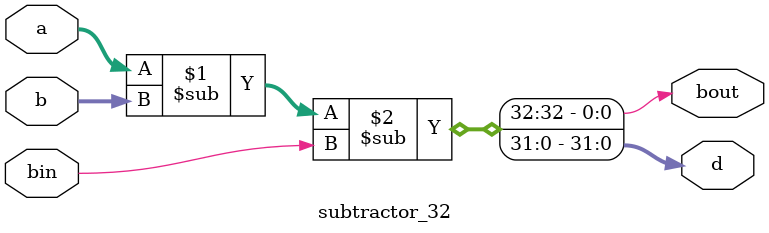
<source format=v>
`timescale 1ns / 1ps
module subtractor_32(
	// Inputs
	input [31:0] a,
	input [31:0] b,
	input bin,
	
	// Outputs
	output [31:0] d,
	output bout
    );
	 
	 // Assign
	assign {bout, d} = a - b - bin;

endmodule

</source>
